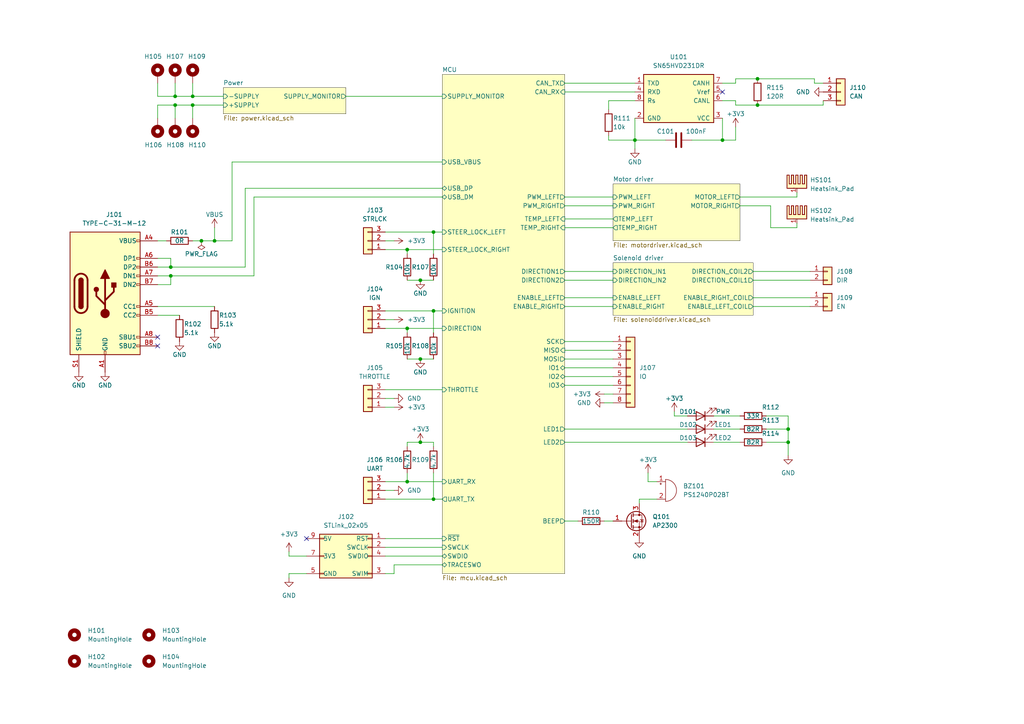
<source format=kicad_sch>
(kicad_sch (version 20210621) (generator eeschema)
  (paper "A4")
  (lib_symbols
    (symbol "Connector_Generic:Conn_01x02" (pin_names (offset 1.016) hide)
      (property "Reference" "J" (at 0 2.54 0))
      (property "Value" "Conn_01x02" (at 0 -5.08 0))
      (symbol "Conn_01x02_1_1"
        (rectangle (start -1.27 -2.413) (end 0 -2.667) (stroke (width 0.1524)))
        (rectangle (start -1.27 0.127) (end 0 -0.127) (stroke (width 0.1524)))
        (rectangle (start -1.27 1.27) (end 1.27 -3.81) (stroke (width 0.254)) (fill (type background)))
        (pin passive line (at -5.08 0 0) (length 3.81) (name "Pin_1") (number "1"))
        (pin passive line (at -5.08 -2.54 0) (length 3.81) (name "Pin_2") (number "2"))
      )
    )
    (symbol "Connector_Generic:Conn_01x03" (pin_names (offset 1.016) hide)
      (property "Reference" "J" (at 0 5.08 0))
      (property "Value" "Conn_01x03" (at 0 -5.08 0))
      (symbol "Conn_01x03_1_1"
        (rectangle (start -1.27 -2.413) (end 0 -2.667) (stroke (width 0.1524)))
        (rectangle (start -1.27 0.127) (end 0 -0.127) (stroke (width 0.1524)))
        (rectangle (start -1.27 2.667) (end 0 2.413) (stroke (width 0.1524)))
        (rectangle (start -1.27 3.81) (end 1.27 -3.81) (stroke (width 0.254)) (fill (type background)))
        (pin passive line (at -5.08 2.54 0) (length 3.81) (name "Pin_1") (number "1"))
        (pin passive line (at -5.08 0 0) (length 3.81) (name "Pin_2") (number "2"))
        (pin passive line (at -5.08 -2.54 0) (length 3.81) (name "Pin_3") (number "3"))
      )
    )
    (symbol "Connector_Generic:Conn_01x08" (pin_names (offset 1.016) hide)
      (property "Reference" "J" (at 0 10.16 0))
      (property "Value" "Conn_01x08" (at 0 -12.7 0))
      (symbol "Conn_01x08_1_1"
        (rectangle (start -1.27 -10.033) (end 0 -10.287) (stroke (width 0.1524)))
        (rectangle (start -1.27 -7.493) (end 0 -7.747) (stroke (width 0.1524)))
        (rectangle (start -1.27 -4.953) (end 0 -5.207) (stroke (width 0.1524)))
        (rectangle (start -1.27 -2.413) (end 0 -2.667) (stroke (width 0.1524)))
        (rectangle (start -1.27 0.127) (end 0 -0.127) (stroke (width 0.1524)))
        (rectangle (start -1.27 2.667) (end 0 2.413) (stroke (width 0.1524)))
        (rectangle (start -1.27 5.207) (end 0 4.953) (stroke (width 0.1524)))
        (rectangle (start -1.27 7.747) (end 0 7.493) (stroke (width 0.1524)))
        (rectangle (start -1.27 8.89) (end 1.27 -11.43) (stroke (width 0.254)) (fill (type background)))
        (pin passive line (at -5.08 7.62 0) (length 3.81) (name "Pin_1") (number "1"))
        (pin passive line (at -5.08 5.08 0) (length 3.81) (name "Pin_2") (number "2"))
        (pin passive line (at -5.08 2.54 0) (length 3.81) (name "Pin_3") (number "3"))
        (pin passive line (at -5.08 0 0) (length 3.81) (name "Pin_4") (number "4"))
        (pin passive line (at -5.08 -2.54 0) (length 3.81) (name "Pin_5") (number "5"))
        (pin passive line (at -5.08 -5.08 0) (length 3.81) (name "Pin_6") (number "6"))
        (pin passive line (at -5.08 -7.62 0) (length 3.81) (name "Pin_7") (number "7"))
        (pin passive line (at -5.08 -10.16 0) (length 3.81) (name "Pin_8") (number "8"))
      )
    )
    (symbol "Device:Buzzer" (pin_names (offset 0.0254) hide)
      (property "Reference" "BZ" (at 3.81 1.27 0))
      (property "Value" "Buzzer" (at 3.81 -1.27 0))
      (symbol "Buzzer_0_1"
        (arc (start 0 -3.175) (end 0 3.175) (radius (at 0 0) (length 3.175) (angles -89.9 89.9)))
        (polyline (pts (xy -1.651 1.905) (xy -1.143 1.905)))
        (polyline (pts (xy -1.397 2.159) (xy -1.397 1.651)))
        (polyline (pts (xy 0 3.175) (xy 0 -3.175)))
      )
      (symbol "Buzzer_1_1"
        (pin passive line (at -2.54 2.54 0) (length 2.54) (name "-") (number "1"))
        (pin passive line (at -2.54 -2.54 0) (length 2.54) (name "+") (number "2"))
      )
    )
    (symbol "Device:C" (pin_numbers hide) (pin_names (offset 0.254))
      (property "Reference" "C" (at 0.635 2.54 0))
      (property "Value" "C" (at 0.635 -2.54 0))
      (symbol "C_0_1"
        (polyline (pts (xy -2.032 -0.762) (xy 2.032 -0.762)) (stroke (width 0.508)))
        (polyline (pts (xy -2.032 0.762) (xy 2.032 0.762)) (stroke (width 0.508)))
      )
      (symbol "C_1_1"
        (pin passive line (at 0 3.81 270) (length 2.794) (name "~") (number "1"))
        (pin passive line (at 0 -3.81 90) (length 2.794) (name "~") (number "2"))
      )
    )
    (symbol "Device:LED" (pin_numbers hide) (pin_names (offset 1.016) hide)
      (property "Reference" "D" (at 0 2.54 0))
      (property "Value" "LED" (at 0 -2.54 0))
      (symbol "LED_0_1"
        (polyline (pts (xy -1.27 -1.27) (xy -1.27 1.27)) (stroke (width 0.254)))
        (polyline (pts (xy -1.27 0) (xy 1.27 0)))
        (polyline (pts (xy 1.27 -1.27) (xy 1.27 1.27) (xy -1.27 0) (xy 1.27 -1.27)) (stroke (width 0.254)))
        (polyline (pts (xy -3.048 -0.762) (xy -4.572 -2.286) (xy -3.81 -2.286) (xy -4.572 -2.286) (xy -4.572 -1.524)))
        (polyline (pts (xy -1.778 -0.762) (xy -3.302 -2.286) (xy -2.54 -2.286) (xy -3.302 -2.286) (xy -3.302 -1.524)))
      )
      (symbol "LED_1_1"
        (pin passive line (at -3.81 0 0) (length 2.54) (name "K") (number "1"))
        (pin passive line (at 3.81 0 180) (length 2.54) (name "A") (number "2"))
      )
    )
    (symbol "Device:Q_NMOS_GSD" (pin_names (offset 0) hide)
      (property "Reference" "Q" (at 5.08 1.27 0))
      (property "Value" "Q_NMOS_GSD" (at 5.08 -1.27 0))
      (symbol "Q_NMOS_GSD_0_1"
        (circle (center 1.651 0) (radius 2.794) (stroke (width 0.254)))
        (circle (center 2.54 -1.778) (radius 0.254) (fill (type outline)))
        (circle (center 2.54 1.778) (radius 0.254) (fill (type outline)))
        (polyline (pts (xy 0.254 0) (xy -2.54 0)))
        (polyline (pts (xy 0.254 1.905) (xy 0.254 -1.905)) (stroke (width 0.254)))
        (polyline (pts (xy 0.762 -1.27) (xy 0.762 -2.286)) (stroke (width 0.254)))
        (polyline (pts (xy 0.762 0.508) (xy 0.762 -0.508)) (stroke (width 0.254)))
        (polyline (pts (xy 0.762 2.286) (xy 0.762 1.27)) (stroke (width 0.254)))
        (polyline (pts (xy 2.54 2.54) (xy 2.54 1.778)))
        (polyline (pts (xy 2.54 -2.54) (xy 2.54 0) (xy 0.762 0)))
        (polyline (pts (xy 0.762 -1.778) (xy 3.302 -1.778) (xy 3.302 1.778) (xy 0.762 1.778)))
        (polyline (pts (xy 2.794 0.508) (xy 2.921 0.381) (xy 3.683 0.381) (xy 3.81 0.254)))
        (polyline (pts (xy 3.302 0.381) (xy 2.921 -0.254) (xy 3.683 -0.254) (xy 3.302 0.381)))
        (polyline (pts (xy 1.016 0) (xy 2.032 0.381) (xy 2.032 -0.381) (xy 1.016 0)) (fill (type outline)))
      )
      (symbol "Q_NMOS_GSD_1_1"
        (pin input line (at -5.08 0 0) (length 2.54) (name "G") (number "1"))
        (pin passive line (at 2.54 -5.08 90) (length 2.54) (name "S") (number "2"))
        (pin passive line (at 2.54 5.08 270) (length 2.54) (name "D") (number "3"))
      )
    )
    (symbol "Device:R" (pin_numbers hide) (pin_names (offset 0))
      (property "Reference" "R" (at 2.032 0 90))
      (property "Value" "R" (at 0 0 90))
      (symbol "R_0_1"
        (rectangle (start -1.016 -2.54) (end 1.016 2.54) (stroke (width 0.254)))
      )
      (symbol "R_1_1"
        (pin passive line (at 0 3.81 270) (length 1.27) (name "~") (number "1"))
        (pin passive line (at 0 -3.81 90) (length 1.27) (name "~") (number "2"))
      )
    )
    (symbol "GozLib:SN65HVD231DR" (pin_names (offset 1.016))
      (property "Reference" "U" (at -10.16 8.89 0))
      (property "Value" "SN65HVD231DR" (at -5.08 8.89 0))
      (symbol "SN65HVD231DR_0_1"
        (rectangle (start -10.16 7.62) (end 10.16 -6.35) (stroke (width 0.254)) (fill (type background)))
      )
      (symbol "SN65HVD231DR_1_1"
        (pin input line (at -12.7 5.08 0) (length 2.54) (name "TXD") (number "1"))
        (pin power_in line (at -12.7 -5.08 0) (length 2.54) (name "GND") (number "2"))
        (pin power_in line (at 12.7 -5.08 180) (length 2.54) (name "VCC") (number "3"))
        (pin output line (at -12.7 2.54 0) (length 2.54) (name "RXD") (number "4"))
        (pin power_out line (at 12.7 2.54 180) (length 2.54) (name "Vref") (number "5"))
        (pin bidirectional line (at 12.7 0 180) (length 2.54) (name "CANL") (number "6"))
        (pin bidirectional line (at 12.7 5.08 180) (length 2.54) (name "CANH") (number "7"))
        (pin input line (at -12.7 0 0) (length 2.54) (name "Rs") (number "8"))
      )
    )
    (symbol "GozLib:STLink_02x05" (pin_names (offset 1.016))
      (property "Reference" "J" (at -7.62 7.62 0))
      (property "Value" "STLink_02x05" (at 1.27 7.62 0))
      (symbol "STLink_02x05_1_1"
        (rectangle (start -7.62 -4.953) (end -6.35 -5.207) (stroke (width 0.1524)))
        (rectangle (start -7.62 0.127) (end -6.35 -0.127) (stroke (width 0.1524)))
        (rectangle (start -7.62 5.207) (end -6.35 4.953) (stroke (width 0.1524)))
        (rectangle (start 7.62 -4.953) (end 6.35 -5.207) (stroke (width 0.1524)))
        (rectangle (start 7.62 0.127) (end 6.35 -0.127) (stroke (width 0.1524)))
        (rectangle (start 7.62 2.667) (end 6.35 2.413) (stroke (width 0.1524)))
        (rectangle (start 7.62 5.207) (end 6.35 4.953) (stroke (width 0.1524)))
        (rectangle (start -7.62 6.35) (end 7.62 -6.35) (stroke (width 0.254)) (fill (type background)))
        (pin bidirectional line (at 11.43 5.08 180) (length 3.81) (name "RST") (number "1"))
        (pin passive line (at -11.43 5.08 0) (length 3.81) hide (name "5V") (number "10"))
        (pin bidirectional line (at 11.43 2.54 180) (length 3.81) (name "SWCLK") (number "2"))
        (pin bidirectional line (at 11.43 -5.08 180) (length 3.81) (name "SWIM") (number "3"))
        (pin bidirectional line (at 11.43 0 180) (length 3.81) (name "SWDIO") (number "4"))
        (pin passive line (at -11.43 -5.08 0) (length 3.81) (name "GND") (number "5"))
        (pin passive line (at -11.43 -5.08 0) (length 3.81) hide (name "GND") (number "6"))
        (pin passive line (at -11.43 0 0) (length 3.81) (name "3V3") (number "7"))
        (pin passive line (at -11.43 0 0) (length 3.81) hide (name "3V3") (number "8"))
        (pin passive line (at -11.43 5.08 0) (length 3.81) (name "5V") (number "9"))
      )
    )
    (symbol "GozLib:TYPE-C-31-M-12" (pin_names (offset 1.016))
      (property "Reference" "J" (at -10.16 19.05 0))
      (property "Value" "TYPE-C-31-M-12" (at 13.97 19.05 0))
      (symbol "TYPE-C-31-M-12_0_0"
        (rectangle (start -0.254 -17.78) (end 0.254 -16.764))
        (rectangle (start 10.16 -14.986) (end 9.144 -15.494))
        (rectangle (start 10.16 -12.446) (end 9.144 -12.954))
        (rectangle (start 10.16 -6.096) (end 9.144 -6.604))
        (rectangle (start 10.16 -3.556) (end 9.144 -4.064))
        (rectangle (start 10.16 2.794) (end 9.144 2.286))
        (rectangle (start 10.16 5.334) (end 9.144 4.826))
        (rectangle (start 10.16 7.874) (end 9.144 7.366))
        (rectangle (start 10.16 10.414) (end 9.144 9.906))
        (rectangle (start 10.16 15.494) (end 9.144 14.986))
      )
      (symbol "TYPE-C-31-M-12_0_1"
        (arc (start -8.89 -3.81) (end -5.08 -3.81) (radius (at -6.985 -3.81) (length 1.905) (angles -179.9 -0.1)) (stroke (width 0.508)))
        (arc (start -7.62 -3.81) (end -6.35 -3.81) (radius (at -6.985 -3.81) (length 0.635) (angles -179.9 -0.1)) (stroke (width 0.254)))
        (arc (start -6.35 3.81) (end -7.62 3.81) (radius (at -6.985 3.81) (length 0.635) (angles 0.1 179.9)) (stroke (width 0.254)))
        (arc (start -5.08 3.81) (end -8.89 3.81) (radius (at -6.985 3.81) (length 1.905) (angles 0.1 179.9)) (stroke (width 0.508)))
        (arc (start -7.62 -3.81) (end -6.35 -3.81) (radius (at -6.985 -3.81) (length 0.635) (angles -179.9 -0.1)) (stroke (width 0.254)) (fill (type outline)))
        (arc (start -6.35 3.81) (end -7.62 3.81) (radius (at -6.985 3.81) (length 0.635) (angles 0.1 179.9)) (stroke (width 0.254)) (fill (type outline)))
        (circle (center -2.54 1.143) (radius 0.635) (stroke (width 0.254)) (fill (type outline)))
        (circle (center 0 -5.842) (radius 1.27) (fill (type outline)))
        (rectangle (start -7.62 -3.81) (end -6.35 3.81) (stroke (width 0.254)) (fill (type outline)))
        (rectangle (start 1.905 1.778) (end 3.175 3.048) (stroke (width 0.254)) (fill (type outline)))
        (rectangle (start -10.16 17.78) (end 10.16 -17.78) (stroke (width 0.254)) (fill (type background)))
        (polyline (pts (xy -8.89 -3.81) (xy -8.89 3.81)) (stroke (width 0.508)))
        (polyline (pts (xy -5.08 3.81) (xy -5.08 -3.81)) (stroke (width 0.508)))
        (polyline (pts (xy 0 -5.842) (xy 0 4.318)) (stroke (width 0.508)))
        (polyline (pts (xy 0 -3.302) (xy -2.54 -0.762) (xy -2.54 0.508)) (stroke (width 0.508)))
        (polyline (pts (xy 0 -2.032) (xy 2.54 0.508) (xy 2.54 1.778)) (stroke (width 0.508)))
        (polyline (pts (xy -1.27 4.318) (xy 0 6.858) (xy 1.27 4.318) (xy -1.27 4.318)) (stroke (width 0.254)) (fill (type outline)))
      )
      (symbol "TYPE-C-31-M-12_1_1"
        (pin passive line (at 0 -22.86 90) (length 5.08) (name "GND") (number "A1"))
        (pin passive line (at 0 -22.86 90) (length 5.08) hide (name "GND") (number "A12"))
        (pin passive line (at 15.24 15.24 180) (length 5.08) (name "VBUS") (number "A4"))
        (pin bidirectional line (at 15.24 -3.81 180) (length 5.08) (name "CC1") (number "A5"))
        (pin bidirectional line (at 15.24 10.16 180) (length 5.08) (name "DP1") (number "A6"))
        (pin bidirectional line (at 15.24 5.08 180) (length 5.08) (name "DN1") (number "A7"))
        (pin bidirectional line (at 15.24 -12.7 180) (length 5.08) (name "SBU1") (number "A8"))
        (pin passive line (at 15.24 15.24 180) (length 5.08) hide (name "VBUS") (number "A9"))
        (pin passive line (at 0 -22.86 90) (length 5.08) hide (name "GND") (number "B1"))
        (pin passive line (at 0 -22.86 90) (length 5.08) hide (name "GND") (number "B12"))
        (pin passive line (at 15.24 15.24 180) (length 5.08) hide (name "VBUS") (number "B4"))
        (pin bidirectional line (at 15.24 -6.35 180) (length 5.08) (name "CC2") (number "B5"))
        (pin bidirectional line (at 15.24 7.62 180) (length 5.08) (name "DP2") (number "B6"))
        (pin bidirectional line (at 15.24 2.54 180) (length 5.08) (name "DN2") (number "B7"))
        (pin bidirectional line (at 15.24 -15.24 180) (length 5.08) (name "SBU2") (number "B8"))
        (pin passive line (at 15.24 15.24 180) (length 5.08) hide (name "VBUS") (number "B9"))
        (pin passive line (at -7.62 -22.86 90) (length 5.08) (name "SHIELD") (number "S1"))
      )
    )
    (symbol "Mechanical:Heatsink_Pad" (pin_names (offset 0))
      (property "Reference" "HS" (at 0 5.715 0))
      (property "Value" "Heatsink_Pad" (at 0 3.81 0))
      (symbol "Heatsink_Pad_0_1"
        (polyline (pts (xy -0.3302 0) (xy -0.9652 0) (xy -0.9652 2.54) (xy -1.6002 2.54) (xy -1.6002 0) (xy -2.2352 0) (xy -2.2352 2.54) (xy -2.8702 2.54) (xy -2.8702 -1.27) (xy -0.9652 -1.27)) (stroke (width 0.254)) (fill (type background)))
        (polyline (pts (xy -0.3302 0) (xy -0.3302 2.54) (xy 0.3048 2.54) (xy 0.3048 0) (xy 0.9398 0) (xy 0.9398 2.54) (xy 1.5748 2.54) (xy 1.5748 0) (xy 2.2098 0) (xy 2.2098 2.54) (xy 2.8448 2.54) (xy 2.8448 -1.27) (xy -0.9652 -1.27)) (stroke (width 0.254)) (fill (type background)))
      )
      (symbol "Heatsink_Pad_1_1"
        (pin passive line (at 0 -2.54 90) (length 1.27) (name "~") (number "1"))
      )
    )
    (symbol "Mechanical:MountingHole" (pin_names (offset 1.016))
      (property "Reference" "H" (at 0 5.08 0))
      (property "Value" "MountingHole" (at 0 3.175 0))
      (symbol "MountingHole_0_1"
        (circle (center 0 0) (radius 1.27) (stroke (width 1.27)))
      )
    )
    (symbol "Mechanical:MountingHole_Pad" (pin_numbers hide) (pin_names (offset 1.016) hide)
      (property "Reference" "H" (at 0 6.35 0))
      (property "Value" "MountingHole_Pad" (at 0 4.445 0))
      (symbol "MountingHole_Pad_0_1"
        (circle (center 0 1.27) (radius 1.27) (stroke (width 1.27)))
      )
      (symbol "MountingHole_Pad_1_1"
        (pin input line (at 0 -2.54 90) (length 2.54) (name "1") (number "1"))
      )
    )
    (symbol "power:+3V3" (power) (pin_names (offset 0))
      (property "Value" "+3V3" (at 0 3.556 0))
      (symbol "+3V3_0_1"
        (polyline (pts (xy -0.762 1.27) (xy 0 2.54)))
        (polyline (pts (xy 0 0) (xy 0 2.54)))
        (polyline (pts (xy 0 2.54) (xy 0.762 1.27)))
      )
      (symbol "+3V3_1_1"
        (pin power_in line (at 0 0 90) (length 0) hide (name "+3V3") (number "1"))
      )
    )
    (symbol "power:GND" (power) (pin_names (offset 0))
      (property "Value" "GND" (at 0 -3.81 0))
      (symbol "GND_0_1"
        (polyline (pts (xy 0 0) (xy 0 -1.27) (xy 1.27 -1.27) (xy 0 -2.54) (xy -1.27 -1.27) (xy 0 -1.27)))
      )
      (symbol "GND_1_1"
        (pin power_in line (at 0 0 270) (length 0) hide (name "GND") (number "1"))
      )
    )
    (symbol "power:PWR_FLAG" (power) (pin_numbers hide) (pin_names (offset 0) hide)
      (property "Value" "PWR_FLAG" (at 0 3.81 0))
      (symbol "PWR_FLAG_0_0"
        (pin power_out line (at 0 0 90) (length 0) (name "pwr") (number "1"))
      )
      (symbol "PWR_FLAG_0_1"
        (polyline (pts (xy 0 0) (xy 0 1.27) (xy -1.016 1.905) (xy 0 2.54) (xy 1.016 1.905) (xy 0 1.27)))
      )
    )
    (symbol "power:VBUS" (power) (pin_names (offset 0))
      (property "Value" "VBUS" (at 0 3.81 0))
      (symbol "VBUS_0_1"
        (polyline (pts (xy -0.762 1.27) (xy 0 2.54)))
        (polyline (pts (xy 0 0) (xy 0 2.54)))
        (polyline (pts (xy 0 2.54) (xy 0.762 1.27)))
      )
      (symbol "VBUS_1_1"
        (pin power_in line (at 0 0 90) (length 0) hide (name "VBUS") (number "1"))
      )
    )
  )
  (junction (at 49.53 77.47) (diameter 0.9144))
  (junction (at 49.53 80.01) (diameter 0.9144))
  (junction (at 50.8 27.94) (diameter 0.9144))
  (junction (at 50.8 30.48) (diameter 0.9144))
  (junction (at 55.88 27.94) (diameter 0.9144))
  (junction (at 55.88 30.48) (diameter 0.9144))
  (junction (at 58.42 69.85) (diameter 0.9144))
  (junction (at 62.23 69.85) (diameter 0.9144))
  (junction (at 118.11 72.39) (diameter 0.9144))
  (junction (at 118.11 95.25) (diameter 0.9144))
  (junction (at 118.11 139.7) (diameter 0.9144))
  (junction (at 121.92 81.28) (diameter 0.9144))
  (junction (at 121.92 104.14) (diameter 0.9144))
  (junction (at 121.92 128.27) (diameter 0.9144))
  (junction (at 125.73 67.31) (diameter 0.9144))
  (junction (at 125.73 90.17) (diameter 0.9144))
  (junction (at 125.73 144.78) (diameter 0.9144))
  (junction (at 184.15 40.64) (diameter 0.9144))
  (junction (at 209.55 40.64) (diameter 0.9144))
  (junction (at 219.71 22.86) (diameter 0.9144))
  (junction (at 219.71 30.48) (diameter 0.9144))
  (junction (at 228.6 124.46) (diameter 0.9144))
  (junction (at 228.6 128.27) (diameter 0.9144))
  (no_connect (at 45.72 97.79))
  (no_connect (at 45.72 100.33))
  (no_connect (at 88.9 156.21))
  (no_connect (at 209.55 26.67))
  (wire (pts (xy 45.72 24.13) (xy 45.72 27.94)))
  (wire (pts (xy 45.72 27.94) (xy 50.8 27.94)))
  (wire (pts (xy 45.72 30.48) (xy 45.72 34.29)))
  (wire (pts (xy 45.72 30.48) (xy 50.8 30.48)))
  (wire (pts (xy 45.72 69.85) (xy 48.26 69.85)))
  (wire (pts (xy 45.72 74.93) (xy 49.53 74.93)))
  (wire (pts (xy 45.72 77.47) (xy 49.53 77.47)))
  (wire (pts (xy 45.72 80.01) (xy 49.53 80.01)))
  (wire (pts (xy 45.72 82.55) (xy 49.53 82.55)))
  (wire (pts (xy 45.72 88.9) (xy 62.23 88.9)))
  (wire (pts (xy 45.72 91.44) (xy 52.07 91.44)))
  (wire (pts (xy 49.53 74.93) (xy 49.53 77.47)))
  (wire (pts (xy 49.53 77.47) (xy 71.12 77.47)))
  (wire (pts (xy 49.53 80.01) (xy 73.66 80.01)))
  (wire (pts (xy 49.53 82.55) (xy 49.53 80.01)))
  (wire (pts (xy 50.8 24.13) (xy 50.8 27.94)))
  (wire (pts (xy 50.8 27.94) (xy 55.88 27.94)))
  (wire (pts (xy 50.8 30.48) (xy 50.8 34.29)))
  (wire (pts (xy 50.8 30.48) (xy 55.88 30.48)))
  (wire (pts (xy 55.88 24.13) (xy 55.88 27.94)))
  (wire (pts (xy 55.88 27.94) (xy 64.77 27.94)))
  (wire (pts (xy 55.88 30.48) (xy 55.88 34.29)))
  (wire (pts (xy 55.88 30.48) (xy 64.77 30.48)))
  (wire (pts (xy 55.88 69.85) (xy 58.42 69.85)))
  (wire (pts (xy 58.42 69.85) (xy 62.23 69.85)))
  (wire (pts (xy 62.23 66.04) (xy 62.23 69.85)))
  (wire (pts (xy 67.31 46.99) (xy 67.31 69.85)))
  (wire (pts (xy 67.31 69.85) (xy 62.23 69.85)))
  (wire (pts (xy 71.12 54.61) (xy 128.27 54.61)))
  (wire (pts (xy 71.12 77.47) (xy 71.12 54.61)))
  (wire (pts (xy 73.66 57.15) (xy 128.27 57.15)))
  (wire (pts (xy 73.66 80.01) (xy 73.66 57.15)))
  (wire (pts (xy 83.82 160.02) (xy 83.82 161.29)))
  (wire (pts (xy 83.82 161.29) (xy 88.9 161.29)))
  (wire (pts (xy 83.82 166.37) (xy 88.9 166.37)))
  (wire (pts (xy 83.82 167.64) (xy 83.82 166.37)))
  (wire (pts (xy 100.33 27.94) (xy 128.27 27.94)))
  (wire (pts (xy 111.76 67.31) (xy 125.73 67.31)))
  (wire (pts (xy 111.76 69.85) (xy 114.3 69.85)))
  (wire (pts (xy 111.76 72.39) (xy 118.11 72.39)))
  (wire (pts (xy 111.76 90.17) (xy 125.73 90.17)))
  (wire (pts (xy 111.76 92.71) (xy 114.3 92.71)))
  (wire (pts (xy 111.76 95.25) (xy 118.11 95.25)))
  (wire (pts (xy 111.76 113.03) (xy 128.27 113.03)))
  (wire (pts (xy 111.76 115.57) (xy 114.3 115.57)))
  (wire (pts (xy 111.76 118.11) (xy 114.3 118.11)))
  (wire (pts (xy 111.76 139.7) (xy 118.11 139.7)))
  (wire (pts (xy 111.76 142.24) (xy 114.3 142.24)))
  (wire (pts (xy 111.76 144.78) (xy 125.73 144.78)))
  (wire (pts (xy 111.76 156.21) (xy 128.27 156.21)))
  (wire (pts (xy 111.76 158.75) (xy 128.27 158.75)))
  (wire (pts (xy 111.76 161.29) (xy 128.27 161.29)))
  (wire (pts (xy 114.3 163.83) (xy 114.3 166.37)))
  (wire (pts (xy 114.3 166.37) (xy 111.76 166.37)))
  (wire (pts (xy 118.11 72.39) (xy 118.11 73.66)))
  (wire (pts (xy 118.11 72.39) (xy 128.27 72.39)))
  (wire (pts (xy 118.11 81.28) (xy 121.92 81.28)))
  (wire (pts (xy 118.11 95.25) (xy 118.11 96.52)))
  (wire (pts (xy 118.11 95.25) (xy 128.27 95.25)))
  (wire (pts (xy 118.11 104.14) (xy 121.92 104.14)))
  (wire (pts (xy 118.11 128.27) (xy 121.92 128.27)))
  (wire (pts (xy 118.11 129.54) (xy 118.11 128.27)))
  (wire (pts (xy 118.11 137.16) (xy 118.11 139.7)))
  (wire (pts (xy 118.11 139.7) (xy 128.27 139.7)))
  (wire (pts (xy 121.92 81.28) (xy 125.73 81.28)))
  (wire (pts (xy 121.92 104.14) (xy 125.73 104.14)))
  (wire (pts (xy 121.92 128.27) (xy 125.73 128.27)))
  (wire (pts (xy 125.73 67.31) (xy 125.73 73.66)))
  (wire (pts (xy 125.73 67.31) (xy 128.27 67.31)))
  (wire (pts (xy 125.73 90.17) (xy 125.73 96.52)))
  (wire (pts (xy 125.73 90.17) (xy 128.27 90.17)))
  (wire (pts (xy 125.73 129.54) (xy 125.73 128.27)))
  (wire (pts (xy 125.73 137.16) (xy 125.73 144.78)))
  (wire (pts (xy 125.73 144.78) (xy 128.27 144.78)))
  (wire (pts (xy 128.27 46.99) (xy 67.31 46.99)))
  (wire (pts (xy 128.27 163.83) (xy 114.3 163.83)))
  (wire (pts (xy 163.83 24.13) (xy 184.15 24.13)))
  (wire (pts (xy 163.83 26.67) (xy 184.15 26.67)))
  (wire (pts (xy 163.83 57.15) (xy 177.8 57.15)))
  (wire (pts (xy 163.83 59.69) (xy 177.8 59.69)))
  (wire (pts (xy 163.83 63.5) (xy 177.8 63.5)))
  (wire (pts (xy 163.83 66.04) (xy 177.8 66.04)))
  (wire (pts (xy 163.83 78.74) (xy 177.8 78.74)))
  (wire (pts (xy 163.83 81.28) (xy 177.8 81.28)))
  (wire (pts (xy 163.83 86.36) (xy 177.8 86.36)))
  (wire (pts (xy 163.83 88.9) (xy 177.8 88.9)))
  (wire (pts (xy 163.83 99.06) (xy 177.8 99.06)))
  (wire (pts (xy 163.83 101.6) (xy 177.8 101.6)))
  (wire (pts (xy 163.83 104.14) (xy 177.8 104.14)))
  (wire (pts (xy 163.83 106.68) (xy 177.8 106.68)))
  (wire (pts (xy 163.83 109.22) (xy 177.8 109.22)))
  (wire (pts (xy 163.83 111.76) (xy 177.8 111.76)))
  (wire (pts (xy 163.83 124.46) (xy 199.39 124.46)))
  (wire (pts (xy 163.83 128.27) (xy 199.39 128.27)))
  (wire (pts (xy 163.83 151.13) (xy 167.64 151.13)))
  (wire (pts (xy 175.26 114.3) (xy 177.8 114.3)))
  (wire (pts (xy 175.26 116.84) (xy 177.8 116.84)))
  (wire (pts (xy 175.26 151.13) (xy 177.8 151.13)))
  (wire (pts (xy 176.53 29.21) (xy 176.53 31.75)))
  (wire (pts (xy 176.53 39.37) (xy 176.53 40.64)))
  (wire (pts (xy 176.53 40.64) (xy 184.15 40.64)))
  (wire (pts (xy 184.15 29.21) (xy 176.53 29.21)))
  (wire (pts (xy 184.15 34.29) (xy 184.15 40.64)))
  (wire (pts (xy 184.15 40.64) (xy 184.15 43.18)))
  (wire (pts (xy 184.15 40.64) (xy 193.04 40.64)))
  (wire (pts (xy 185.42 144.78) (xy 190.5 144.78)))
  (wire (pts (xy 185.42 146.05) (xy 185.42 144.78)))
  (wire (pts (xy 187.96 137.16) (xy 187.96 139.7)))
  (wire (pts (xy 187.96 139.7) (xy 190.5 139.7)))
  (wire (pts (xy 195.58 119.38) (xy 195.58 120.65)))
  (wire (pts (xy 195.58 120.65) (xy 199.39 120.65)))
  (wire (pts (xy 200.66 40.64) (xy 209.55 40.64)))
  (wire (pts (xy 207.01 120.65) (xy 214.63 120.65)))
  (wire (pts (xy 207.01 124.46) (xy 214.63 124.46)))
  (wire (pts (xy 207.01 128.27) (xy 214.63 128.27)))
  (wire (pts (xy 209.55 24.13) (xy 213.36 24.13)))
  (wire (pts (xy 209.55 29.21) (xy 213.36 29.21)))
  (wire (pts (xy 209.55 34.29) (xy 209.55 40.64)))
  (wire (pts (xy 209.55 40.64) (xy 213.36 40.64)))
  (wire (pts (xy 213.36 22.86) (xy 219.71 22.86)))
  (wire (pts (xy 213.36 24.13) (xy 213.36 22.86)))
  (wire (pts (xy 213.36 29.21) (xy 213.36 30.48)))
  (wire (pts (xy 213.36 30.48) (xy 219.71 30.48)))
  (wire (pts (xy 213.36 40.64) (xy 213.36 36.83)))
  (wire (pts (xy 214.63 57.15) (xy 231.14 57.15)))
  (wire (pts (xy 214.63 59.69) (xy 223.52 59.69)))
  (wire (pts (xy 218.44 78.74) (xy 234.95 78.74)))
  (wire (pts (xy 218.44 81.28) (xy 234.95 81.28)))
  (wire (pts (xy 218.44 86.36) (xy 234.95 86.36)))
  (wire (pts (xy 218.44 88.9) (xy 234.95 88.9)))
  (wire (pts (xy 219.71 22.86) (xy 236.22 22.86)))
  (wire (pts (xy 219.71 30.48) (xy 238.76 30.48)))
  (wire (pts (xy 222.25 120.65) (xy 228.6 120.65)))
  (wire (pts (xy 222.25 124.46) (xy 228.6 124.46)))
  (wire (pts (xy 222.25 128.27) (xy 228.6 128.27)))
  (wire (pts (xy 223.52 59.69) (xy 223.52 66.04)))
  (wire (pts (xy 223.52 66.04) (xy 231.14 66.04)))
  (wire (pts (xy 228.6 120.65) (xy 228.6 124.46)))
  (wire (pts (xy 228.6 124.46) (xy 228.6 128.27)))
  (wire (pts (xy 228.6 128.27) (xy 228.6 132.08)))
  (wire (pts (xy 231.14 57.15) (xy 231.14 55.88)))
  (wire (pts (xy 231.14 66.04) (xy 231.14 64.77)))
  (wire (pts (xy 236.22 24.13) (xy 236.22 22.86)))
  (wire (pts (xy 238.76 24.13) (xy 236.22 24.13)))
  (wire (pts (xy 238.76 29.21) (xy 238.76 30.48)))
  (symbol (lib_id "power:VBUS") (at 62.23 66.04 0) (unit 1)
    (property "Reference" "#PWR0104" (effects hide))
    (property "Value" "VBUS" (at 62.23 62.23 0))
  )
  (symbol (lib_id "power:+3V3") (at 83.82 160.02 0) (unit 1)
    (property "Reference" "#PWR0106" (effects hide))
    (property "Value" "+3V3" (at 83.82 154.94 0))
  )
  (symbol (lib_id "power:+3V3") (at 114.3 69.85 270) (unit 1)
    (property "Reference" "#PWR0108" (effects hide))
    (property "Value" "+3V3" (at 118.11 69.8499 90) (effects (justify left)))
  )
  (symbol (lib_id "power:+3V3") (at 114.3 92.71 270) (unit 1)
    (property "Reference" "#PWR0109" (effects hide))
    (property "Value" "+3V3" (at 118.11 92.7099 90) (effects (justify left)))
  )
  (symbol (lib_id "power:+3V3") (at 114.3 118.11 270) (unit 1)
    (property "Reference" "#PWR0111" (effects hide))
    (property "Value" "+3V3" (at 118.11 118.1099 90) (effects (justify left)))
  )
  (symbol (lib_id "power:+3V3") (at 121.92 128.27 0) (unit 1)
    (property "Reference" "#PWR0115" (effects hide))
    (property "Value" "+3V3" (at 121.92 124.46 0))
  )
  (symbol (lib_id "power:+3V3") (at 175.26 114.3 90) (unit 1)
    (property "Reference" "#PWR0116" (effects hide))
    (property "Value" "+3V3" (at 171.45 114.2999 90) (effects (justify left)))
  )
  (symbol (lib_id "power:+3V3") (at 187.96 137.16 0) (unit 1)
    (property "Reference" "#PWR0120" (effects hide))
    (property "Value" "+3V3" (at 187.96 133.35 0))
  )
  (symbol (lib_id "power:+3V3") (at 195.58 119.38 0) (unit 1)
    (property "Reference" "#PWR0121" (effects hide))
    (property "Value" "+3V3" (at 195.58 115.57 0))
  )
  (symbol (lib_id "power:+3V3") (at 213.36 36.83 0) (unit 1)
    (property "Reference" "#PWR0122" (effects hide))
    (property "Value" "+3V3" (at 213.36 33.02 0))
  )
  (symbol (lib_id "power:PWR_FLAG") (at 58.42 69.85 180) (unit 1)
    (property "Reference" "#FLG0101" (effects hide))
    (property "Value" "PWR_FLAG" (at 58.42 73.66 0))
  )
  (symbol (lib_id "power:GND") (at 22.86 107.95 0) (unit 1)
    (property "Reference" "#PWR0101" (effects hide))
    (property "Value" "GND" (at 22.86 111.76 0))
  )
  (symbol (lib_id "power:GND") (at 30.48 107.95 0) (unit 1)
    (property "Reference" "#PWR0102" (effects hide))
    (property "Value" "GND" (at 30.48 111.76 0))
  )
  (symbol (lib_id "power:GND") (at 52.07 99.06 0) (unit 1)
    (property "Reference" "#PWR0103" (effects hide))
    (property "Value" "GND" (at 52.07 102.87 0))
  )
  (symbol (lib_id "power:GND") (at 62.23 96.52 0) (unit 1)
    (property "Reference" "#PWR0105" (effects hide))
    (property "Value" "GND" (at 62.23 100.33 0))
  )
  (symbol (lib_id "power:GND") (at 83.82 167.64 0) (unit 1)
    (property "Reference" "#PWR0107" (effects hide))
    (property "Value" "GND" (at 83.82 172.72 0))
  )
  (symbol (lib_id "power:GND") (at 114.3 115.57 90) (unit 1)
    (property "Reference" "#PWR0110" (effects hide))
    (property "Value" "GND" (at 118.11 115.5699 90) (effects (justify right)))
  )
  (symbol (lib_id "power:GND") (at 114.3 142.24 90) (unit 1)
    (property "Reference" "#PWR0112" (effects hide))
    (property "Value" "GND" (at 118.11 142.2399 90) (effects (justify right)))
  )
  (symbol (lib_id "power:GND") (at 121.92 81.28 0) (unit 1)
    (property "Reference" "#PWR0113" (effects hide))
    (property "Value" "GND" (at 121.92 85.09 0))
  )
  (symbol (lib_id "power:GND") (at 121.92 104.14 0) (unit 1)
    (property "Reference" "#PWR0114" (effects hide))
    (property "Value" "GND" (at 121.92 107.95 0))
  )
  (symbol (lib_id "power:GND") (at 175.26 116.84 270) (unit 1)
    (property "Reference" "#PWR0117" (effects hide))
    (property "Value" "GND" (at 171.45 116.8399 90) (effects (justify right)))
  )
  (symbol (lib_id "power:GND") (at 184.15 43.18 0) (unit 1)
    (property "Reference" "#PWR0118" (effects hide))
    (property "Value" "GND" (at 184.15 46.99 0))
  )
  (symbol (lib_id "power:GND") (at 185.42 156.21 0) (unit 1)
    (property "Reference" "#PWR0119" (effects hide))
    (property "Value" "GND" (at 185.42 161.29 0))
  )
  (symbol (lib_id "power:GND") (at 228.6 132.08 0) (unit 1)
    (property "Reference" "#PWR0123" (effects hide))
    (property "Value" "GND" (at 228.6 137.16 0))
  )
  (symbol (lib_id "power:GND") (at 238.76 26.67 270) (unit 1)
    (property "Reference" "#PWR0124" (effects hide))
    (property "Value" "GND" (at 234.95 26.6699 90) (effects (justify right)))
  )
  (symbol (lib_id "Mechanical:MountingHole") (at 21.59 184.15 0) (unit 1) (in_bom no)
    (property "Reference" "H101" (at 25.4 182.8799 0) (effects (justify left)))
    (property "Value" "MountingHole" (at 25.4 185.4199 0) (effects (justify left)))
    (property "Footprint" "MountingHole:MountingHole_2.7mm_M2.5" (effects hide))
  )
  (symbol (lib_id "Mechanical:MountingHole") (at 21.59 191.77 0) (unit 1) (in_bom no)
    (property "Reference" "H102" (at 25.4 190.4999 0) (effects (justify left)))
    (property "Value" "MountingHole" (at 25.4 193.0399 0) (effects (justify left)))
    (property "Footprint" "MountingHole:MountingHole_2.7mm_M2.5" (effects hide))
  )
  (symbol (lib_id "Mechanical:MountingHole") (at 43.18 184.15 0) (unit 1) (in_bom no)
    (property "Reference" "H103" (at 46.99 182.8799 0) (effects (justify left)))
    (property "Value" "MountingHole" (at 46.99 185.4199 0) (effects (justify left)))
    (property "Footprint" "MountingHole:MountingHole_2.7mm_M2.5" (effects hide))
  )
  (symbol (lib_id "Mechanical:MountingHole") (at 43.18 191.77 0) (unit 1) (in_bom no)
    (property "Reference" "H104" (at 46.99 190.4999 0) (effects (justify left)))
    (property "Value" "MountingHole" (at 46.99 193.0399 0) (effects (justify left)))
    (property "Footprint" "MountingHole:MountingHole_2.7mm_M2.5" (effects hide))
  )
  (symbol (lib_id "Device:R") (at 52.07 69.85 90) (unit 1)
    (property "Reference" "R101" (at 52.07 67.31 90))
    (property "Value" "0R" (at 52.07 69.85 90))
    (property "Footprint" "Resistor_SMD:R_0603_1608Metric_Pad0.98x0.95mm_HandSolder" (effects hide))
  )
  (symbol (lib_id "Device:R") (at 52.07 95.25 0) (unit 1)
    (property "Reference" "R102" (at 53.34 93.9799 0) (effects (justify left)))
    (property "Value" "5.1k" (at 53.34 96.5199 0) (effects (justify left)))
    (property "Footprint" "Resistor_SMD:R_0603_1608Metric_Pad0.98x0.95mm_HandSolder" (effects hide))
  )
  (symbol (lib_id "Device:R") (at 62.23 92.71 0) (unit 1)
    (property "Reference" "R103" (at 63.5 91.4399 0) (effects (justify left)))
    (property "Value" "5.1k" (at 63.5 93.9799 0) (effects (justify left)))
    (property "Footprint" "Resistor_SMD:R_0603_1608Metric_Pad0.98x0.95mm_HandSolder" (effects hide))
  )
  (symbol (lib_id "Device:R") (at 118.11 77.47 0) (unit 1)
    (property "Reference" "R104" (at 111.76 77.4699 0) (effects (justify left)))
    (property "Value" "10k" (at 118.11 80.0099 90) (effects (justify left)))
    (property "Footprint" "Resistor_SMD:R_0603_1608Metric_Pad0.98x0.95mm_HandSolder" (effects hide))
  )
  (symbol (lib_id "Device:R") (at 118.11 100.33 0) (unit 1)
    (property "Reference" "R105" (at 111.76 100.3299 0) (effects (justify left)))
    (property "Value" "10k" (at 118.11 102.8699 90) (effects (justify left)))
    (property "Footprint" "Resistor_SMD:R_0603_1608Metric_Pad0.98x0.95mm_HandSolder" (effects hide))
  )
  (symbol (lib_id "Device:R") (at 118.11 133.35 0) (unit 1)
    (property "Reference" "R106" (at 111.76 133.3499 0) (effects (justify left)))
    (property "Value" "4.7k" (at 118.11 135.8899 90) (effects (justify left)))
    (property "Footprint" "Resistor_SMD:R_0603_1608Metric_Pad0.98x0.95mm_HandSolder" (effects hide))
  )
  (symbol (lib_id "Device:R") (at 125.73 77.47 0) (unit 1)
    (property "Reference" "R107" (at 119.38 77.4699 0) (effects (justify left)))
    (property "Value" "10k" (at 125.73 80.0099 90) (effects (justify left)))
    (property "Footprint" "Resistor_SMD:R_0603_1608Metric_Pad0.98x0.95mm_HandSolder" (effects hide))
  )
  (symbol (lib_id "Device:R") (at 125.73 100.33 0) (unit 1)
    (property "Reference" "R108" (at 119.38 100.3299 0) (effects (justify left)))
    (property "Value" "10k" (at 125.73 102.8699 90) (effects (justify left)))
    (property "Footprint" "Resistor_SMD:R_0603_1608Metric_Pad0.98x0.95mm_HandSolder" (effects hide))
  )
  (symbol (lib_id "Device:R") (at 125.73 133.35 0) (unit 1)
    (property "Reference" "R109" (at 119.38 133.3499 0) (effects (justify left)))
    (property "Value" "4.7k" (at 125.73 135.8899 90) (effects (justify left)))
    (property "Footprint" "Resistor_SMD:R_0603_1608Metric_Pad0.98x0.95mm_HandSolder" (effects hide))
  )
  (symbol (lib_id "Device:R") (at 171.45 151.13 90) (unit 1)
    (property "Reference" "R110" (at 171.45 148.59 90))
    (property "Value" "150R" (at 171.45 151.13 90))
    (property "Footprint" "Resistor_SMD:R_0603_1608Metric_Pad0.98x0.95mm_HandSolder" (effects hide))
  )
  (symbol (lib_id "Device:R") (at 176.53 35.56 0) (unit 1)
    (property "Reference" "R111" (at 177.8 34.2899 0) (effects (justify left)))
    (property "Value" "10k" (at 177.8 36.8299 0) (effects (justify left)))
    (property "Footprint" "Resistor_SMD:R_0603_1608Metric_Pad0.98x0.95mm_HandSolder" (effects hide))
  )
  (symbol (lib_id "Device:R") (at 218.44 120.65 90) (unit 1)
    (property "Reference" "R112" (at 223.52 118.11 90))
    (property "Value" "33R" (at 218.44 120.65 90))
    (property "Footprint" "Resistor_SMD:R_0603_1608Metric_Pad0.98x0.95mm_HandSolder" (effects hide))
  )
  (symbol (lib_id "Device:R") (at 218.44 124.46 90) (unit 1)
    (property "Reference" "R113" (at 223.52 121.92 90))
    (property "Value" "82R" (at 218.44 124.46 90))
    (property "Footprint" "Resistor_SMD:R_0603_1608Metric_Pad0.98x0.95mm_HandSolder" (effects hide))
  )
  (symbol (lib_id "Device:R") (at 218.44 128.27 90) (unit 1)
    (property "Reference" "R114" (at 223.52 125.73 90))
    (property "Value" "82R" (at 218.44 128.27 90))
    (property "Footprint" "Resistor_SMD:R_0603_1608Metric_Pad0.98x0.95mm_HandSolder" (effects hide))
  )
  (symbol (lib_id "Device:R") (at 219.71 26.67 0) (unit 1)
    (property "Reference" "R115" (at 222.25 25.3999 0) (effects (justify left)))
    (property "Value" "120R" (at 222.25 27.9399 0) (effects (justify left)))
    (property "Footprint" "Resistor_SMD:R_0603_1608Metric_Pad0.98x0.95mm_HandSolder" (effects hide))
  )
  (symbol (lib_id "Mechanical:MountingHole_Pad") (at 45.72 21.59 0) (unit 1) (in_bom no)
    (property "Reference" "H105" (at 46.99 16.3831 0) (effects (justify right)))
    (property "Value" "MountingHole_Pad" (effects hide))
    (property "Footprint" "MountingHole:MountingHole_4.3mm_M4_Pad" (effects hide))
  )
  (symbol (lib_id "Mechanical:MountingHole_Pad") (at 45.72 36.83 180) (unit 1) (in_bom no)
    (property "Reference" "H106" (at 41.91 42.0369 0) (effects (justify right)))
    (property "Value" "MountingHole_Pad" (effects hide))
    (property "Footprint" "MountingHole:MountingHole_4.3mm_M4_Pad" (effects hide))
  )
  (symbol (lib_id "Mechanical:MountingHole_Pad") (at 50.8 21.59 0) (unit 1) (in_bom no)
    (property "Reference" "H107" (at 53.34 16.3831 0) (effects (justify right)))
    (property "Value" "MountingHole_Pad" (effects hide))
    (property "Footprint" "MountingHole:MountingHole_4.3mm_M4_Pad" (effects hide))
  )
  (symbol (lib_id "Mechanical:MountingHole_Pad") (at 50.8 36.83 180) (unit 1) (in_bom no)
    (property "Reference" "H108" (at 48.26 42.0369 0) (effects (justify right)))
    (property "Value" "MountingHole_Pad" (effects hide))
    (property "Footprint" "MountingHole:MountingHole_4.3mm_M4_Pad" (effects hide))
  )
  (symbol (lib_id "Mechanical:MountingHole_Pad") (at 55.88 21.59 0) (unit 1) (in_bom no)
    (property "Reference" "H109" (at 59.69 16.3831 0) (effects (justify right)))
    (property "Value" "MountingHole_Pad" (effects hide))
    (property "Footprint" "MountingHole:MountingHole_4.3mm_M4_Pad" (effects hide))
  )
  (symbol (lib_id "Mechanical:MountingHole_Pad") (at 55.88 36.83 180) (unit 1) (in_bom no)
    (property "Reference" "H110" (at 54.61 42.0369 0) (effects (justify right)))
    (property "Value" "MountingHole_Pad" (effects hide))
    (property "Footprint" "MountingHole:MountingHole_4.3mm_M4_Pad" (effects hide))
  )
  (symbol (lib_id "Device:LED") (at 203.2 120.65 180) (unit 1)
    (property "Reference" "D101" (at 199.5805 119.38 0))
    (property "Value" "PWR" (at 209.7405 119.38 0))
    (property "Footprint" "LED_SMD:LED_0805_2012Metric_Pad1.15x1.40mm_HandSolder" (effects hide))
  )
  (symbol (lib_id "Device:LED") (at 203.2 124.46 180) (unit 1)
    (property "Reference" "D102" (at 199.5805 123.19 0))
    (property "Value" "LED1" (at 209.7405 123.19 0))
    (property "Footprint" "LED_SMD:LED_0805_2012Metric_Pad1.15x1.40mm_HandSolder" (effects hide))
  )
  (symbol (lib_id "Device:LED") (at 203.2 128.27 180) (unit 1)
    (property "Reference" "D103" (at 199.5805 127 0))
    (property "Value" "LED2" (at 209.7405 127 0))
    (property "Footprint" "LED_SMD:LED_0805_2012Metric_Pad1.15x1.40mm_HandSolder" (effects hide))
  )
  (symbol (lib_id "Mechanical:Heatsink_Pad") (at 231.14 53.34 0) (unit 1) (in_bom no) (on_board no)
    (property "Reference" "HS101" (at 234.95 52.1969 0) (effects (justify left)))
    (property "Value" "Heatsink_Pad" (at 234.95 54.7369 0) (effects (justify left)))
  )
  (symbol (lib_id "Mechanical:Heatsink_Pad") (at 231.14 62.23 0) (unit 1) (in_bom no) (on_board no)
    (property "Reference" "HS102" (at 234.95 61.0869 0) (effects (justify left)))
    (property "Value" "Heatsink_Pad" (at 234.95 63.6269 0) (effects (justify left)))
  )
  (symbol (lib_id "Connector_Generic:Conn_01x02") (at 240.03 78.74 0) (unit 1)
    (property "Reference" "J108" (at 242.57 78.7399 0) (effects (justify left)))
    (property "Value" "DIR" (at 242.57 81.2799 0) (effects (justify left)))
    (property "Footprint" "Connector_JST:JST_XH_B2B-XH-A_1x02_P2.50mm_Vertical" (effects hide))
  )
  (symbol (lib_id "Connector_Generic:Conn_01x02") (at 240.03 86.36 0) (unit 1)
    (property "Reference" "J109" (at 242.57 86.3599 0) (effects (justify left)))
    (property "Value" "EN" (at 242.57 88.8999 0) (effects (justify left)))
    (property "Footprint" "Connector_JST:JST_XH_B2B-XH-A_1x02_P2.50mm_Vertical" (effects hide))
  )
  (symbol (lib_id "Device:C") (at 196.85 40.64 90) (unit 1)
    (property "Reference" "C101" (at 193.04 38.1 90))
    (property "Value" "100nF" (at 201.93 38.1 90))
    (property "Footprint" "Capacitor_SMD:C_0603_1608Metric_Pad1.08x0.95mm_HandSolder" (effects hide))
  )
  (symbol (lib_id "Device:Buzzer") (at 193.04 142.24 0) (unit 1)
    (property "Reference" "BZ101" (at 198.12 140.9699 0) (effects (justify left)))
    (property "Value" "PS1240P02BT" (at 198.12 143.5099 0) (effects (justify left)))
    (property "Footprint" "Buzzer_Beeper:Buzzer_TDK_PS1240P02BT_D12.2mm_H6.5mm" (effects hide))
  )
  (symbol (lib_id "Connector_Generic:Conn_01x03") (at 106.68 69.85 180) (unit 1)
    (property "Reference" "J103" (at 108.712 60.96 0))
    (property "Value" "STRLCK" (at 108.712 63.5 0))
    (property "Footprint" "Connector_JST:JST_XH_B3B-XH-A_1x03_P2.50mm_Vertical" (effects hide))
  )
  (symbol (lib_id "Connector_Generic:Conn_01x03") (at 106.68 92.71 180) (unit 1)
    (property "Reference" "J104" (at 108.712 83.82 0))
    (property "Value" "IGN" (at 108.712 86.36 0))
    (property "Footprint" "Connector_JST:JST_XH_B3B-XH-A_1x03_P2.50mm_Vertical" (effects hide))
  )
  (symbol (lib_id "Connector_Generic:Conn_01x03") (at 106.68 115.57 180) (unit 1)
    (property "Reference" "J105" (at 108.712 106.68 0))
    (property "Value" "THROTTLE" (at 108.712 109.22 0))
    (property "Footprint" "Connector_JST:JST_XH_B3B-XH-A_1x03_P2.50mm_Vertical" (effects hide))
  )
  (symbol (lib_id "Connector_Generic:Conn_01x03") (at 106.68 142.24 180) (unit 1)
    (property "Reference" "J106" (at 108.712 133.35 0))
    (property "Value" "UART" (at 108.712 135.89 0))
    (property "Footprint" "Connector_PinHeader_2.54mm:PinHeader_1x03_P2.54mm_Vertical" (effects hide))
  )
  (symbol (lib_id "Connector_Generic:Conn_01x03") (at 243.84 26.67 0) (unit 1)
    (property "Reference" "J110" (at 246.38 25.3999 0) (effects (justify left)))
    (property "Value" "CAN" (at 246.38 27.9399 0) (effects (justify left)))
    (property "Footprint" "Connector_JST:JST_XH_B3B-XH-A_1x03_P2.50mm_Vertical" (effects hide))
  )
  (symbol (lib_id "Device:Q_NMOS_GSD") (at 182.88 151.13 0) (unit 1)
    (property "Reference" "Q101" (at 189.23 149.8599 0) (effects (justify left)))
    (property "Value" "AP2300" (at 189.23 152.3999 0) (effects (justify left)))
    (property "Footprint" "Package_TO_SOT_SMD:TSOT-23_HandSoldering" (effects hide))
  )
  (symbol (lib_id "Connector_Generic:Conn_01x08") (at 182.88 106.68 0) (unit 1)
    (property "Reference" "J107" (at 185.42 106.6799 0) (effects (justify left)))
    (property "Value" "IO" (at 185.42 109.2199 0) (effects (justify left)))
    (property "Footprint" "Connector_PinHeader_2.54mm:PinHeader_1x08_P2.54mm_Vertical" (effects hide))
  )
  (symbol (lib_id "GozLib:STLink_02x05") (at 100.33 161.29 0) (unit 1) (in_bom no)
    (property "Reference" "J102" (at 100.33 149.86 0))
    (property "Value" "STLink_02x05" (at 100.33 152.4 0))
    (property "Footprint" "Connector_PinHeader_2.54mm:PinHeader_2x05_P2.54mm_Vertical" (effects hide))
  )
  (symbol (lib_id "GozLib:SN65HVD231DR") (at 196.85 29.21 0) (unit 1)
    (property "Reference" "U101" (at 196.85 16.51 0))
    (property "Value" "SN65HVD231DR" (at 196.85 19.05 0))
    (property "Footprint" "Package_SO:SOIC-8_3.9x4.9mm_P1.27mm" (effects hide))
    (property "Datasheet" "https://www.ti.com/lit/ds/symlink/sn65hvd230.pdf" (effects hide))
  )
  (symbol (lib_id "GozLib:TYPE-C-31-M-12") (at 30.48 85.09 0) (unit 1)
    (property "Reference" "J101" (at 33.147 62.23 0))
    (property "Value" "TYPE-C-31-M-12" (at 33.147 64.77 0))
    (property "Footprint" "Connector_USB:USB_C_Receptacle_HRO_TYPE-C-31-M-12" (effects hide))
    (property "Datasheet" "https://datasheet.lcsc.com/lcsc/2108131730_Korean-Hroparts-Elec-TYPE-C-31-M-12_C165948.pdf" (effects hide))
  )
  (sheet (at 128.27 21.59) (size 35.56 144.78) (stroke (width 0.0006) (color 0 0 0 1)) (fill (color 255 255 194 1.0000))
    (property "Sheet name" "MCU" (at 128.27 20.9543 0) (effects (justify left bottom)))
    (property "Sheet file" "mcu.kicad_sch" (at 128.27 166.8787 0) (effects (justify left top)))
    (pin "SWDIO" bidirectional (at 128.27 161.29 180))
    (pin "SWCLK" input (at 128.27 158.75 180))
    (pin "PWM_LEFT" output (at 163.83 57.15 0))
    (pin "PWM_RIGHT" output (at 163.83 59.69 0))
    (pin "SUPPLY_MONITOR" input (at 128.27 27.94 180))
    (pin "THROTTLE" input (at 128.27 113.03 180))
    (pin "TEMP_LEFT" input (at 163.83 63.5 0))
    (pin "TEMP_RIGHT" input (at 163.83 66.04 0))
    (pin "IGNITION" input (at 128.27 90.17 180))
    (pin "DIRECTION2" output (at 163.83 81.28 0))
    (pin "DIRECTION1" output (at 163.83 78.74 0))
    (pin "DIRECTION" input (at 128.27 95.25 180))
    (pin "ENABLE_LEFT" output (at 163.83 86.36 0))
    (pin "ENABLE_RIGHT" output (at 163.83 88.9 0))
    (pin "~{RST}" input (at 128.27 156.21 180))
    (pin "USB_DM" bidirectional (at 128.27 57.15 180))
    (pin "USB_DP" bidirectional (at 128.27 54.61 180))
    (pin "USB_VBUS" input (at 128.27 46.99 180))
    (pin "UART_RX" input (at 128.27 139.7 180))
    (pin "UART_TX" output (at 128.27 144.78 180))
    (pin "TRACESWO" bidirectional (at 128.27 163.83 180))
    (pin "LED1" output (at 163.83 124.46 0))
    (pin "LED2" output (at 163.83 128.27 0))
    (pin "STEER_LOCK_LEFT" input (at 128.27 67.31 180))
    (pin "STEER_LOCK_RIGHT" input (at 128.27 72.39 180))
    (pin "CAN_TX" output (at 163.83 24.13 0))
    (pin "CAN_RX" input (at 163.83 26.67 0))
    (pin "IO2" bidirectional (at 163.83 109.22 0))
    (pin "BEEP" output (at 163.83 151.13 0))
    (pin "IO1" bidirectional (at 163.83 106.68 0))
    (pin "MISO" input (at 163.83 101.6 0))
    (pin "SCK" output (at 163.83 99.06 0))
    (pin "MOSI" output (at 163.83 104.14 0))
    (pin "IO3" bidirectional (at 163.83 111.76 0))
  )
  (sheet (at 177.8 53.34) (size 36.83 16.51) (stroke (width 0.0006) (color 0 0 0 1)) (fill (color 255 255 194 1.0000))
    (property "Sheet name" "Motor driver" (at 177.8 52.7043 0) (effects (justify left bottom)))
    (property "Sheet file" "motordriver.kicad_sch" (at 177.8 70.3587 0) (effects (justify left top)))
    (pin "PWM_LEFT" input (at 177.8 57.15 180))
    (pin "PWM_RIGHT" input (at 177.8 59.69 180))
    (pin "MOTOR_LEFT" output (at 214.63 57.15 0))
    (pin "MOTOR_RIGHT" output (at 214.63 59.69 0))
    (pin "TEMP_RIGHT" output (at 177.8 66.04 180))
    (pin "TEMP_LEFT" output (at 177.8 63.5 180))
  )
  (sheet (at 64.77 25.4) (size 35.56 7.62) (stroke (width 0.0006) (color 0 0 0 1)) (fill (color 255 255 194 1.0000))
    (property "Sheet name" "Power" (at 64.77 24.7643 0) (effects (justify left bottom)))
    (property "Sheet file" "power.kicad_sch" (at 64.77 33.5287 0) (effects (justify left top)))
    (pin "-SUPPLY" input (at 64.77 27.94 180))
    (pin "+SUPPLY" input (at 64.77 30.48 180))
    (pin "SUPPLY_MONITOR" output (at 100.33 27.94 0))
  )
  (sheet (at 177.8 76.2) (size 40.64 15.24) (stroke (width 0.0006) (color 0 0 0 1)) (fill (color 255 255 194 1.0000))
    (property "Sheet name" "Solenoid driver" (at 177.8 75.5643 0) (effects (justify left bottom)))
    (property "Sheet file" "solenoiddriver.kicad_sch" (at 177.8 91.9487 0) (effects (justify left top)))
    (pin "DIRECTION_IN1" input (at 177.8 78.74 180))
    (pin "DIRECTION_COIL2" output (at 218.44 78.74 0))
    (pin "DIRECTION_IN2" input (at 177.8 81.28 180))
    (pin "DIRECTION_COIL1" output (at 218.44 81.28 0))
    (pin "ENABLE_RIGHT" input (at 177.8 88.9 180))
    (pin "ENABLE_LEFT_COIL" output (at 218.44 88.9 0))
    (pin "ENABLE_LEFT" input (at 177.8 86.36 180))
    (pin "ENABLE_RIGHT_COIL" output (at 218.44 86.36 0))
  )
)
</source>
